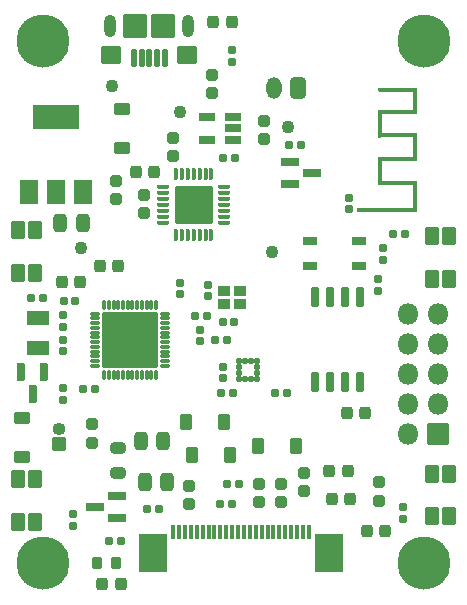
<source format=gts>
G04 #@! TF.GenerationSoftware,KiCad,Pcbnew,(6.0.10)*
G04 #@! TF.CreationDate,2023-03-04T03:17:20-05:00*
G04 #@! TF.ProjectId,SmartWatch,536d6172-7457-4617-9463-682e6b696361,rev?*
G04 #@! TF.SameCoordinates,Original*
G04 #@! TF.FileFunction,Soldermask,Top*
G04 #@! TF.FilePolarity,Negative*
%FSLAX46Y46*%
G04 Gerber Fmt 4.6, Leading zero omitted, Abs format (unit mm)*
G04 Created by KiCad (PCBNEW (6.0.10)) date 2023-03-04 03:17:20*
%MOMM*%
%LPD*%
G01*
G04 APERTURE LIST*
G04 Aperture macros list*
%AMRoundRect*
0 Rectangle with rounded corners*
0 $1 Rounding radius*
0 $2 $3 $4 $5 $6 $7 $8 $9 X,Y pos of 4 corners*
0 Add a 4 corners polygon primitive as box body*
4,1,4,$2,$3,$4,$5,$6,$7,$8,$9,$2,$3,0*
0 Add four circle primitives for the rounded corners*
1,1,$1+$1,$2,$3*
1,1,$1+$1,$4,$5*
1,1,$1+$1,$6,$7*
1,1,$1+$1,$8,$9*
0 Add four rect primitives between the rounded corners*
20,1,$1+$1,$2,$3,$4,$5,0*
20,1,$1+$1,$4,$5,$6,$7,0*
20,1,$1+$1,$6,$7,$8,$9,0*
20,1,$1+$1,$8,$9,$2,$3,0*%
G04 Aperture macros list end*
%ADD10RoundRect,0.050800X0.450000X0.600000X-0.450000X0.600000X-0.450000X-0.600000X0.450000X-0.600000X0*%
%ADD11RoundRect,0.050800X-0.450000X-0.600000X0.450000X-0.600000X0.450000X0.600000X-0.450000X0.600000X0*%
%ADD12RoundRect,0.050800X0.600000X-0.450000X0.600000X0.450000X-0.600000X0.450000X-0.600000X-0.450000X0*%
%ADD13RoundRect,0.250800X-0.200000X-0.275000X0.200000X-0.275000X0.200000X0.275000X-0.200000X0.275000X0*%
%ADD14RoundRect,0.300800X-0.250000X-0.475000X0.250000X-0.475000X0.250000X0.475000X-0.250000X0.475000X0*%
%ADD15RoundRect,0.200800X0.512500X0.150000X-0.512500X0.150000X-0.512500X-0.150000X0.512500X-0.150000X0*%
%ADD16RoundRect,0.190800X-0.170000X0.140000X-0.170000X-0.140000X0.170000X-0.140000X0.170000X0.140000X0*%
%ADD17RoundRect,0.050800X0.127000X1.150000X-0.127000X1.150000X-0.127000X-1.150000X0.127000X-1.150000X0*%
%ADD18RoundRect,0.050800X1.600000X-0.127000X1.600000X0.127000X-1.600000X0.127000X-1.600000X-0.127000X0*%
%ADD19RoundRect,0.050800X0.127000X1.100000X-0.127000X1.100000X-0.127000X-1.100000X0.127000X-1.100000X0*%
%ADD20RoundRect,0.050800X-2.500000X0.127000X-2.500000X-0.127000X2.500000X-0.127000X2.500000X0.127000X0*%
%ADD21RoundRect,0.050800X0.127000X1.125000X-0.127000X1.125000X-0.127000X-1.125000X0.127000X-1.125000X0*%
%ADD22RoundRect,0.050800X0.127000X1.075000X-0.127000X1.075000X-0.127000X-1.075000X0.127000X-1.075000X0*%
%ADD23RoundRect,0.050800X0.127000X1.250000X-0.127000X1.250000X-0.127000X-1.250000X0.127000X-1.250000X0*%
%ADD24RoundRect,0.050800X-0.127000X0.450000X-0.127000X-0.450000X0.127000X-0.450000X0.127000X0.450000X0*%
%ADD25RoundRect,0.050800X-0.450000X-0.127000X0.450000X-0.127000X0.450000X0.127000X-0.450000X0.127000X0*%
%ADD26RoundRect,0.050800X0.127000X-0.450000X0.127000X0.450000X-0.127000X0.450000X-0.127000X-0.450000X0*%
%ADD27RoundRect,0.050800X0.450000X0.127000X-0.450000X0.127000X-0.450000X-0.127000X0.450000X-0.127000X0*%
%ADD28RoundRect,0.050800X-1.550000X1.550000X-1.550000X-1.550000X1.550000X-1.550000X1.550000X1.550000X0*%
%ADD29RoundRect,0.275800X-0.250000X0.225000X-0.250000X-0.225000X0.250000X-0.225000X0.250000X0.225000X0*%
%ADD30RoundRect,0.275800X0.225000X0.250000X-0.225000X0.250000X-0.225000X-0.250000X0.225000X-0.250000X0*%
%ADD31RoundRect,0.185800X-0.135000X-0.185000X0.135000X-0.185000X0.135000X0.185000X-0.135000X0.185000X0*%
%ADD32RoundRect,0.275800X-0.225000X-0.250000X0.225000X-0.250000X0.225000X0.250000X-0.225000X0.250000X0*%
%ADD33RoundRect,0.190800X0.170000X-0.140000X0.170000X0.140000X-0.170000X0.140000X-0.170000X-0.140000X0*%
%ADD34RoundRect,0.190800X0.140000X0.170000X-0.140000X0.170000X-0.140000X-0.170000X0.140000X-0.170000X0*%
%ADD35RoundRect,0.050800X0.850000X0.850000X-0.850000X0.850000X-0.850000X-0.850000X0.850000X-0.850000X0*%
%ADD36O,1.801600X1.801600*%
%ADD37C,1.101600*%
%ADD38C,4.501600*%
%ADD39RoundRect,0.050800X0.525000X-0.700000X0.525000X0.700000X-0.525000X0.700000X-0.525000X-0.700000X0*%
%ADD40RoundRect,0.185800X0.135000X0.185000X-0.135000X0.185000X-0.135000X-0.185000X0.135000X-0.185000X0*%
%ADD41RoundRect,0.269550X0.218750X0.256250X-0.218750X0.256250X-0.218750X-0.256250X0.218750X-0.256250X0*%
%ADD42C,0.601600*%
%ADD43RoundRect,0.050800X0.200000X0.675000X-0.200000X0.675000X-0.200000X-0.675000X0.200000X-0.675000X0*%
%ADD44RoundRect,0.050800X0.800000X0.700000X-0.800000X0.700000X-0.800000X-0.700000X0.800000X-0.700000X0*%
%ADD45RoundRect,0.050800X0.950000X0.950000X-0.950000X0.950000X-0.950000X-0.950000X0.950000X-0.950000X0*%
%ADD46O,1.001600X1.901600*%
%ADD47RoundRect,0.185800X0.185000X-0.135000X0.185000X0.135000X-0.185000X0.135000X-0.185000X-0.135000X0*%
%ADD48RoundRect,0.050800X-0.450000X-0.400000X0.450000X-0.400000X0.450000X0.400000X-0.450000X0.400000X0*%
%ADD49RoundRect,0.050800X0.500000X0.500000X-0.500000X0.500000X-0.500000X-0.500000X0.500000X-0.500000X0*%
%ADD50O,1.101600X1.101600*%
%ADD51RoundRect,0.050800X-0.525000X0.700000X-0.525000X-0.700000X0.525000X-0.700000X0.525000X0.700000X0*%
%ADD52RoundRect,0.190800X-0.140000X-0.170000X0.140000X-0.170000X0.140000X0.170000X-0.140000X0.170000X0*%
%ADD53RoundRect,0.275800X0.250000X-0.225000X0.250000X0.225000X-0.250000X0.225000X-0.250000X-0.225000X0*%
%ADD54RoundRect,0.185800X-0.185000X0.135000X-0.185000X-0.135000X0.185000X-0.135000X0.185000X0.135000X0*%
%ADD55RoundRect,0.198300X-0.147500X-0.172500X0.147500X-0.172500X0.147500X0.172500X-0.147500X0.172500X0*%
%ADD56RoundRect,0.269550X-0.218750X-0.256250X0.218750X-0.256250X0.218750X0.256250X-0.218750X0.256250X0*%
%ADD57RoundRect,0.100800X-0.350000X-0.050000X0.350000X-0.050000X0.350000X0.050000X-0.350000X0.050000X0*%
%ADD58RoundRect,0.100800X-0.050000X-0.350000X0.050000X-0.350000X0.050000X0.350000X-0.050000X0.350000X0*%
%ADD59RoundRect,0.050800X-2.300000X-2.300000X2.300000X-2.300000X2.300000X2.300000X-2.300000X2.300000X0*%
%ADD60RoundRect,0.050800X0.525000X0.325000X-0.525000X0.325000X-0.525000X-0.325000X0.525000X-0.325000X0*%
%ADD61RoundRect,0.050800X-0.900000X0.500000X-0.900000X-0.500000X0.900000X-0.500000X0.900000X0.500000X0*%
%ADD62RoundRect,0.269550X0.381250X-0.218750X0.381250X0.218750X-0.381250X0.218750X-0.381250X-0.218750X0*%
%ADD63RoundRect,0.050800X0.187500X0.175000X-0.187500X0.175000X-0.187500X-0.175000X0.187500X-0.175000X0*%
%ADD64RoundRect,0.050800X-0.175000X0.187500X-0.175000X-0.187500X0.175000X-0.187500X0.175000X0.187500X0*%
%ADD65RoundRect,0.300800X0.350000X0.625000X-0.350000X0.625000X-0.350000X-0.625000X0.350000X-0.625000X0*%
%ADD66O,1.301600X1.851600*%
%ADD67RoundRect,0.200800X-0.150000X0.650000X-0.150000X-0.650000X0.150000X-0.650000X0.150000X0.650000X0*%
%ADD68RoundRect,0.050800X-0.150000X-0.550000X0.150000X-0.550000X0.150000X0.550000X-0.150000X0.550000X0*%
%ADD69RoundRect,0.050800X-1.150000X-1.550000X1.150000X-1.550000X1.150000X1.550000X-1.150000X1.550000X0*%
%ADD70RoundRect,0.200800X0.587500X0.150000X-0.587500X0.150000X-0.587500X-0.150000X0.587500X-0.150000X0*%
%ADD71RoundRect,0.200800X-0.150000X0.587500X-0.150000X-0.587500X0.150000X-0.587500X0.150000X0.587500X0*%
%ADD72RoundRect,0.200800X-0.587500X-0.150000X0.587500X-0.150000X0.587500X0.150000X-0.587500X0.150000X0*%
%ADD73RoundRect,0.050800X0.750000X-1.000000X0.750000X1.000000X-0.750000X1.000000X-0.750000X-1.000000X0*%
%ADD74RoundRect,0.050800X1.900000X-1.000000X1.900000X1.000000X-1.900000X1.000000X-1.900000X-1.000000X0*%
%ADD75RoundRect,0.300800X0.250000X0.475000X-0.250000X0.475000X-0.250000X-0.475000X0.250000X-0.475000X0*%
G04 APERTURE END LIST*
D10*
X86994000Y-94996000D03*
X83694000Y-94996000D03*
X93090000Y-97028000D03*
X89790000Y-97028000D03*
D11*
X84202000Y-97790000D03*
X87502000Y-97790000D03*
D12*
X69850000Y-97916000D03*
X69850000Y-94616000D03*
D13*
X76165000Y-106930000D03*
X77815000Y-106930000D03*
D14*
X73075000Y-78075000D03*
X74975000Y-78075000D03*
D15*
X87751500Y-71054000D03*
X87751500Y-70104000D03*
X87751500Y-69154000D03*
X85476500Y-69154000D03*
X85476500Y-71054000D03*
D16*
X97560000Y-75970000D03*
X97560000Y-76930000D03*
D17*
X100174000Y-73700000D03*
D18*
X101649000Y-74725000D03*
D19*
X100174000Y-69700000D03*
D20*
X100749000Y-76975000D03*
D18*
X101649000Y-70675000D03*
D21*
X103124000Y-71675000D03*
D18*
X101649000Y-66825000D03*
X101649000Y-68725000D03*
D22*
X103124000Y-67775000D03*
D23*
X103124000Y-75850000D03*
D18*
X101649000Y-72675000D03*
D24*
X85890000Y-73990000D03*
X85390000Y-73990000D03*
X84890000Y-73990000D03*
X84390000Y-73990000D03*
X83890000Y-73990000D03*
X83390000Y-73990000D03*
X82890000Y-73990000D03*
D25*
X81800000Y-75080000D03*
X81800000Y-75580000D03*
X81800000Y-76080000D03*
X81800000Y-76580000D03*
X81800000Y-77080000D03*
X81800000Y-77580000D03*
X81800000Y-78080000D03*
D26*
X82890000Y-79170000D03*
X83390000Y-79170000D03*
X83890000Y-79170000D03*
X84390000Y-79170000D03*
X84890000Y-79170000D03*
X85390000Y-79170000D03*
X85890000Y-79170000D03*
D27*
X86980000Y-78080000D03*
X86980000Y-77580000D03*
X86980000Y-77080000D03*
X86980000Y-76580000D03*
X86980000Y-76080000D03*
X86980000Y-75580000D03*
X86980000Y-75080000D03*
D28*
X84390000Y-76580000D03*
D29*
X80200000Y-75745000D03*
X80200000Y-77295000D03*
X82640000Y-70885000D03*
X82640000Y-72435000D03*
D30*
X81035000Y-73830000D03*
X79485000Y-73830000D03*
D31*
X101290000Y-79075000D03*
X102310000Y-79075000D03*
D32*
X95875000Y-99125000D03*
X97425000Y-99125000D03*
D33*
X86850000Y-91280000D03*
X86850000Y-90320000D03*
D34*
X87680000Y-92500000D03*
X86720000Y-92500000D03*
D35*
X105100000Y-96000000D03*
D36*
X102560000Y-96000000D03*
X105100000Y-93460000D03*
X102560000Y-93460000D03*
X105100000Y-90920000D03*
X102560000Y-90920000D03*
X105100000Y-88380000D03*
X102560000Y-88380000D03*
X105100000Y-85840000D03*
X102560000Y-85840000D03*
D37*
X92400000Y-70000000D03*
D38*
X103886000Y-62738000D03*
D39*
X104580000Y-79250000D03*
X104580000Y-82850000D03*
X106020000Y-79250000D03*
X106020000Y-82850000D03*
D40*
X87610000Y-101940000D03*
X86590000Y-101940000D03*
D37*
X77500000Y-66500000D03*
D41*
X87612500Y-61075000D03*
X86037500Y-61075000D03*
D31*
X87190000Y-100200000D03*
X88210000Y-100200000D03*
X80460000Y-102320000D03*
X81480000Y-102320000D03*
D32*
X73200000Y-83150000D03*
X74750000Y-83150000D03*
D42*
X83926000Y-61468000D03*
X77326000Y-61468000D03*
D43*
X81926000Y-64143000D03*
X81276000Y-64143000D03*
X80626000Y-64143000D03*
X79976000Y-64143000D03*
X79326000Y-64143000D03*
D44*
X83826000Y-63918000D03*
X77426000Y-63918000D03*
D45*
X79426000Y-61468000D03*
X81826000Y-61468000D03*
D46*
X83926000Y-61468000D03*
X77326000Y-61468000D03*
D47*
X87630000Y-64516000D03*
X87630000Y-63496000D03*
D48*
X86925000Y-84950000D03*
X88325000Y-84950000D03*
X88325000Y-83850000D03*
X86925000Y-83850000D03*
D40*
X92310000Y-92500000D03*
X91290000Y-92500000D03*
D37*
X74825000Y-80200000D03*
D31*
X86904328Y-72602000D03*
X87924328Y-72602000D03*
D49*
X73010000Y-96860000D03*
D50*
X73010000Y-95590000D03*
D30*
X77991000Y-81788000D03*
X76441000Y-81788000D03*
D51*
X70945000Y-103400000D03*
X70945000Y-99800000D03*
X69505000Y-103400000D03*
X69505000Y-99800000D03*
D52*
X86845000Y-86500000D03*
X87805000Y-86500000D03*
D12*
X78350000Y-71725000D03*
X78350000Y-68425000D03*
D34*
X75990000Y-92180000D03*
X75030000Y-92180000D03*
D53*
X84000000Y-101925000D03*
X84000000Y-100375000D03*
D52*
X73412164Y-84750000D03*
X74372164Y-84750000D03*
D53*
X93740000Y-100805000D03*
X93740000Y-99255000D03*
D40*
X71660000Y-84500000D03*
X70640000Y-84500000D03*
D54*
X100400000Y-80265000D03*
X100400000Y-81285000D03*
D55*
X86215000Y-88025000D03*
X87185000Y-88025000D03*
D56*
X76632500Y-108712000D03*
X78207500Y-108712000D03*
D57*
X76050000Y-85800000D03*
X76050000Y-86200000D03*
X76050000Y-86600000D03*
X76050000Y-87000000D03*
X76050000Y-87400000D03*
X76050000Y-87800000D03*
X76050000Y-88200000D03*
X76050000Y-88600000D03*
X76050000Y-89000000D03*
X76050000Y-89400000D03*
X76050000Y-89800000D03*
X76050000Y-90200000D03*
D58*
X76800000Y-90950000D03*
X77200000Y-90950000D03*
X77600000Y-90950000D03*
X78000000Y-90950000D03*
X78400000Y-90950000D03*
X78800000Y-90950000D03*
X79200000Y-90950000D03*
X79600000Y-90950000D03*
X80000000Y-90950000D03*
X80400000Y-90950000D03*
X80800000Y-90950000D03*
X81200000Y-90950000D03*
D57*
X81950000Y-90200000D03*
X81950000Y-89800000D03*
X81950000Y-89400000D03*
X81950000Y-89000000D03*
X81950000Y-88600000D03*
X81950000Y-88200000D03*
X81950000Y-87800000D03*
X81950000Y-87400000D03*
X81950000Y-87000000D03*
X81950000Y-86600000D03*
X81950000Y-86200000D03*
X81950000Y-85800000D03*
D58*
X81200000Y-85050000D03*
X80800000Y-85050000D03*
X80400000Y-85050000D03*
X80000000Y-85050000D03*
X79600000Y-85050000D03*
X79200000Y-85050000D03*
X78800000Y-85050000D03*
X78400000Y-85050000D03*
X78000000Y-85050000D03*
X77600000Y-85050000D03*
X77200000Y-85050000D03*
X76800000Y-85050000D03*
D59*
X79000000Y-88000000D03*
D34*
X84520000Y-86025000D03*
X85480000Y-86025000D03*
D60*
X98375000Y-81775000D03*
X94225000Y-81775000D03*
X98375000Y-79625000D03*
X94225000Y-79625000D03*
D61*
X71220000Y-88690000D03*
X71220000Y-86190000D03*
D37*
X83200000Y-68750000D03*
D62*
X77940000Y-99252500D03*
X77940000Y-97127500D03*
D47*
X74150000Y-103760000D03*
X74150000Y-102740000D03*
D14*
X79900000Y-96540000D03*
X81800000Y-96540000D03*
D63*
X89712500Y-91300000D03*
X89712500Y-90800000D03*
X89712500Y-90300000D03*
X89712500Y-89800000D03*
D64*
X89200000Y-89787500D03*
X88700000Y-89787500D03*
D63*
X88187500Y-89800000D03*
X88187500Y-90300000D03*
X88187500Y-90800000D03*
X88187500Y-91300000D03*
D64*
X88700000Y-91312500D03*
X89200000Y-91312500D03*
D65*
X93202000Y-66654000D03*
D66*
X91202000Y-66654000D03*
D54*
X100025000Y-82865000D03*
X100025000Y-83885000D03*
D67*
X98425000Y-84395000D03*
X97155000Y-84395000D03*
X95885000Y-84395000D03*
X94615000Y-84395000D03*
X94615000Y-91595000D03*
X95885000Y-91595000D03*
X97155000Y-91595000D03*
X98425000Y-91595000D03*
D29*
X100075000Y-100075000D03*
X100075000Y-101625000D03*
D68*
X82642000Y-104314000D03*
X83142000Y-104314000D03*
X83642000Y-104314000D03*
X84142000Y-104314000D03*
X84642000Y-104314000D03*
X85142000Y-104314000D03*
X85642000Y-104314000D03*
X86142000Y-104314000D03*
X86642000Y-104314000D03*
X87142000Y-104314000D03*
X87642000Y-104314000D03*
X88142000Y-104314000D03*
X88642000Y-104314000D03*
X89142000Y-104314000D03*
X89642000Y-104314000D03*
X90142000Y-104314000D03*
X90642000Y-104314000D03*
X91142000Y-104314000D03*
X91642000Y-104314000D03*
X92142000Y-104314000D03*
X92642000Y-104314000D03*
X93142000Y-104314000D03*
X93642000Y-104314000D03*
X94142000Y-104314000D03*
D69*
X95812000Y-106014000D03*
X80972000Y-106014000D03*
D53*
X75750000Y-96715000D03*
X75750000Y-95165000D03*
D16*
X85610000Y-83360000D03*
X85610000Y-84320000D03*
D40*
X78220000Y-105050000D03*
X77200000Y-105050000D03*
D53*
X91815000Y-101755000D03*
X91815000Y-100205000D03*
D32*
X97355000Y-94220000D03*
X98905000Y-94220000D03*
D47*
X73350000Y-93070000D03*
X73350000Y-92050000D03*
D37*
X91050000Y-80600000D03*
D33*
X73290000Y-86880000D03*
X73290000Y-85920000D03*
D38*
X71628000Y-62738000D03*
D70*
X77927500Y-103110000D03*
X77927500Y-101210000D03*
X76052500Y-102160000D03*
D16*
X73320000Y-87980000D03*
X73320000Y-88940000D03*
D71*
X71700000Y-90712500D03*
X69800000Y-90712500D03*
X70750000Y-92587500D03*
D72*
X92512500Y-72925000D03*
X92512500Y-74825000D03*
X94387500Y-73875000D03*
D73*
X70450000Y-75450000D03*
X72750000Y-75450000D03*
X75050000Y-75450000D03*
D74*
X72750000Y-69150000D03*
D31*
X92415000Y-71500000D03*
X93435000Y-71500000D03*
D54*
X102100000Y-102140000D03*
X102100000Y-103160000D03*
D53*
X85975000Y-67150000D03*
X85975000Y-65600000D03*
D38*
X103886000Y-106934000D03*
D16*
X84950000Y-87145000D03*
X84950000Y-88105000D03*
D38*
X71628000Y-106934000D03*
D39*
X104580000Y-99350000D03*
X104580000Y-102950000D03*
X106020000Y-99350000D03*
X106020000Y-102950000D03*
D16*
X83200000Y-83195000D03*
X83200000Y-84155000D03*
D32*
X99025000Y-104175000D03*
X100575000Y-104175000D03*
D53*
X90375000Y-71000000D03*
X90375000Y-69450000D03*
D32*
X96075000Y-101525000D03*
X97625000Y-101525000D03*
D53*
X77850000Y-76125000D03*
X77850000Y-74575000D03*
X89915000Y-101755000D03*
X89915000Y-100205000D03*
D51*
X70945000Y-82318000D03*
X70945000Y-78718000D03*
X69505000Y-82318000D03*
X69505000Y-78718000D03*
D75*
X82160000Y-100050000D03*
X80260000Y-100050000D03*
M02*

</source>
